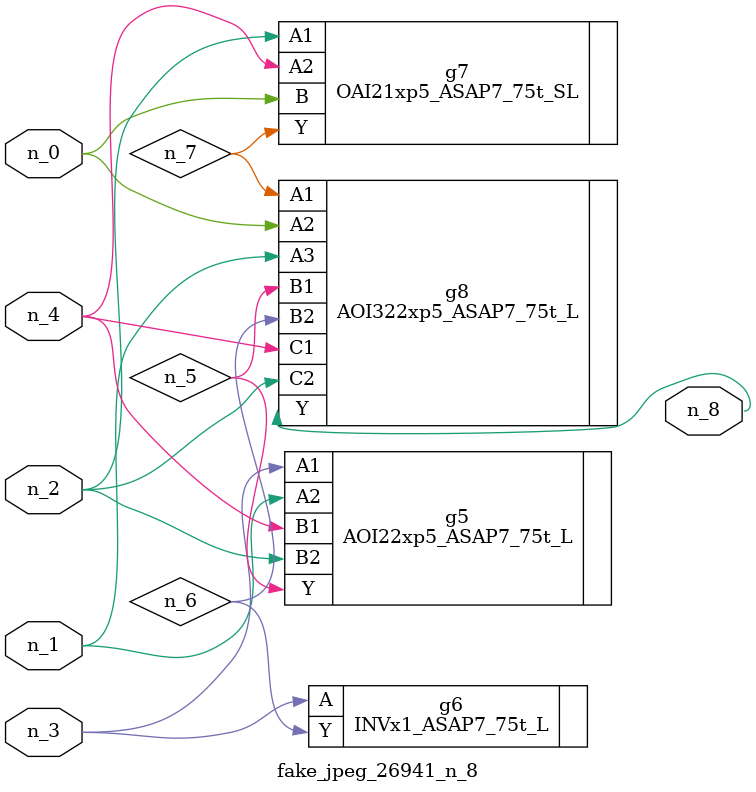
<source format=v>
module fake_jpeg_26941_n_8 (n_3, n_2, n_1, n_0, n_4, n_8);

input n_3;
input n_2;
input n_1;
input n_0;
input n_4;

output n_8;

wire n_6;
wire n_5;
wire n_7;

AOI22xp5_ASAP7_75t_L g5 ( 
.A1(n_3),
.A2(n_1),
.B1(n_4),
.B2(n_2),
.Y(n_5)
);

INVx1_ASAP7_75t_L g6 ( 
.A(n_3),
.Y(n_6)
);

OAI21xp5_ASAP7_75t_SL g7 ( 
.A1(n_2),
.A2(n_4),
.B(n_0),
.Y(n_7)
);

AOI322xp5_ASAP7_75t_L g8 ( 
.A1(n_7),
.A2(n_0),
.A3(n_1),
.B1(n_5),
.B2(n_6),
.C1(n_4),
.C2(n_2),
.Y(n_8)
);


endmodule
</source>
